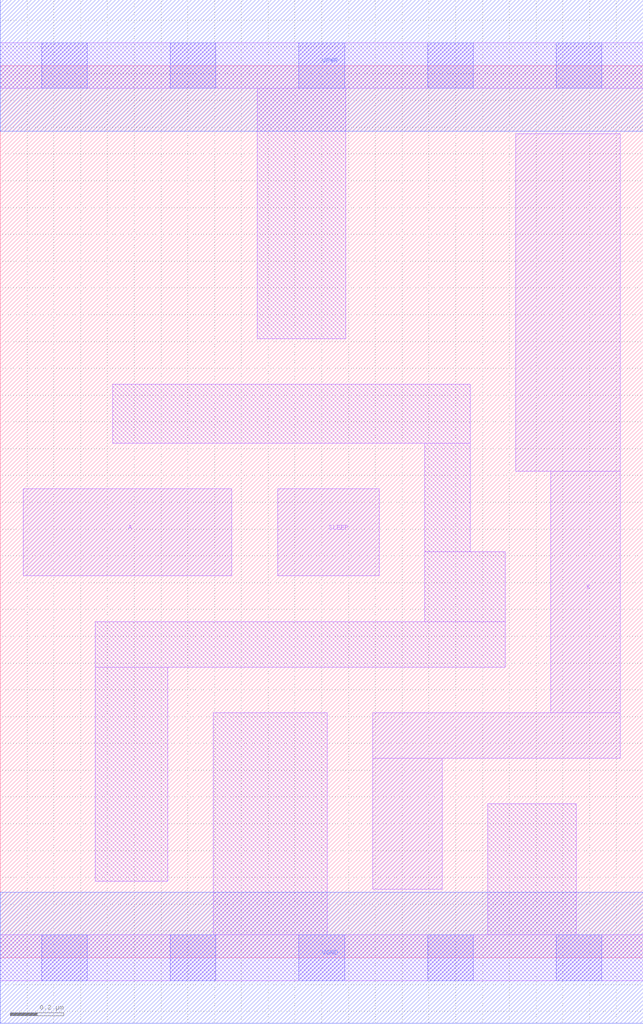
<source format=lef>
# Copyright 2020 The SkyWater PDK Authors
#
# Licensed under the Apache License, Version 2.0 (the "License");
# you may not use this file except in compliance with the License.
# You may obtain a copy of the License at
#
#     https://www.apache.org/licenses/LICENSE-2.0
#
# Unless required by applicable law or agreed to in writing, software
# distributed under the License is distributed on an "AS IS" BASIS,
# WITHOUT WARRANTIES OR CONDITIONS OF ANY KIND, either express or implied.
# See the License for the specific language governing permissions and
# limitations under the License.
#
# SPDX-License-Identifier: Apache-2.0

VERSION 5.7 ;
  NAMESCASESENSITIVE ON ;
  NOWIREEXTENSIONATPIN ON ;
  DIVIDERCHAR "/" ;
  BUSBITCHARS "[]" ;
UNITS
  DATABASE MICRONS 200 ;
END UNITS
MACRO sky130_fd_sc_lp__isobufsrc_1
  CLASS CORE ;
  FOREIGN sky130_fd_sc_lp__isobufsrc_1 ;
  ORIGIN  0.000000  0.000000 ;
  SIZE  2.400000 BY  3.330000 ;
  SYMMETRY X Y ;
  SITE unit ;
  PIN A
    ANTENNAGATEAREA  0.126000 ;
    DIRECTION INPUT ;
    USE SIGNAL ;
    PORT
      LAYER li1 ;
        RECT 0.085000 1.425000 0.865000 1.750000 ;
    END
  END A
  PIN SLEEP
    ANTENNAGATEAREA  0.315000 ;
    DIRECTION INPUT ;
    USE SIGNAL ;
    PORT
      LAYER li1 ;
        RECT 1.035000 1.425000 1.415000 1.750000 ;
    END
  END SLEEP
  PIN X
    ANTENNADIFFAREA  0.852600 ;
    DIRECTION OUTPUT ;
    USE SIGNAL ;
    PORT
      LAYER li1 ;
        RECT 1.390000 0.255000 1.650000 0.745000 ;
        RECT 1.390000 0.745000 2.315000 0.915000 ;
        RECT 1.925000 1.815000 2.315000 3.075000 ;
        RECT 2.055000 0.915000 2.315000 1.815000 ;
    END
  END X
  PIN VGND
    DIRECTION INOUT ;
    USE GROUND ;
    PORT
      LAYER met1 ;
        RECT 0.000000 -0.245000 2.400000 0.245000 ;
    END
  END VGND
  PIN VPWR
    DIRECTION INOUT ;
    USE POWER ;
    PORT
      LAYER met1 ;
        RECT 0.000000 3.085000 2.400000 3.575000 ;
    END
  END VPWR
  OBS
    LAYER li1 ;
      RECT 0.000000 -0.085000 2.400000 0.085000 ;
      RECT 0.000000  3.245000 2.400000 3.415000 ;
      RECT 0.355000  0.285000 0.625000 1.085000 ;
      RECT 0.355000  1.085000 1.885000 1.255000 ;
      RECT 0.420000  1.920000 1.755000 2.140000 ;
      RECT 0.795000  0.085000 1.220000 0.915000 ;
      RECT 0.960000  2.310000 1.290000 3.245000 ;
      RECT 1.585000  1.255000 1.885000 1.515000 ;
      RECT 1.585000  1.515000 1.755000 1.920000 ;
      RECT 1.820000  0.085000 2.150000 0.575000 ;
    LAYER mcon ;
      RECT 0.155000 -0.085000 0.325000 0.085000 ;
      RECT 0.155000  3.245000 0.325000 3.415000 ;
      RECT 0.635000 -0.085000 0.805000 0.085000 ;
      RECT 0.635000  3.245000 0.805000 3.415000 ;
      RECT 1.115000 -0.085000 1.285000 0.085000 ;
      RECT 1.115000  3.245000 1.285000 3.415000 ;
      RECT 1.595000 -0.085000 1.765000 0.085000 ;
      RECT 1.595000  3.245000 1.765000 3.415000 ;
      RECT 2.075000 -0.085000 2.245000 0.085000 ;
      RECT 2.075000  3.245000 2.245000 3.415000 ;
  END
END sky130_fd_sc_lp__isobufsrc_1
END LIBRARY

</source>
